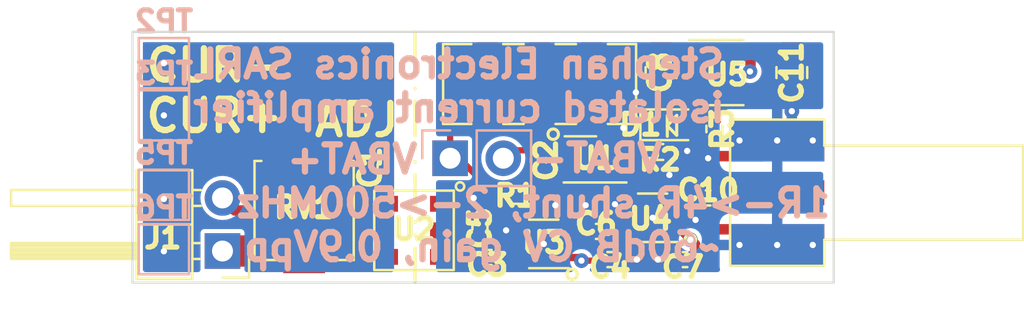
<source format=kicad_pcb>
(kicad_pcb (version 20221018) (generator pcbnew)
  (layers (0 "F.Cu" signal) (1 "In1.Cu" signal) (2 "In2.Cu" signal) (31 "B.Cu" signal) (34 "B.Paste" user) (35 "F.Paste" user) (36 "B.SilkS" user "B.Silkscreen") (37 "F.SilkS" user "F.Silkscreen") (38 "B.Mask" user) (39 "F.Mask" user) (44 "Edge.Cuts" user))
  (net 0 "")
  (net 1 "Net-(BT1-+)")
  (net 2 "GND")
  (net 3 "Net-(BT1--)")
  (net 4 "Net-(J1-Pin_1)")
  (net 5 "Net-(C1-Pad2)")
  (net 6 "Net-(U1-VDD)")
  (net 7 "Net-(C3-Pad1)")
  (net 8 "Net-(C3-Pad2)")
  (net 9 "Net-(C6-Pad1)")
  (net 10 "Net-(C6-Pad2)")
  (net 11 "Net-(J2-In)")
  (net 12 "Net-(U1-VM)")
  (net 13 "Net-(J1-Pin_2)")
  (net 18 "Net-(C10-Pad1)")
  (net 19 "Net-(SW1A-A)")
  (net 20 "+3V3")
  (net 21 "Net-(D1-A)")
  (net 24 "/RTN")
  (footprint "Package_TO_SOT_SMD:SOT-363_SC-70-6" (layer "F.Cu") (at 140.85 106.4 180)
    (fp_text reference "U4" (at 0.1 -0.05) (layer "F.SilkS") (effects (font (thickness 0.5))))
    (fp_text value "BGA2802")
    (fp_line (start -0.7 1.16) (end 0.7 1.16) (stroke (width 0.12)) (layer "F.SilkS"))
    (fp_line (start 0.7 -1.16) (end -1.2 -1.16) (stroke (width 0.12)) (layer "F.SilkS"))
    (pad "1" smd rect (at -0.95 -0.65 180) (size 0.65 0.4) (layers "F.Cu" "F.Paste" "F.Mask") (net 20 "+3V3"))
    (pad "2" smd rect (at -0.95 0 180) (size 0.65 0.4) (layers "F.Cu" "F.Paste" "F.Mask") (net 2 "GND"))
    (pad "3" smd rect (at -0.95 0.65 180) (size 0.65 0.4) (layers "F.Cu" "F.Paste" "F.Mask") (net 18 "Net-(C10-Pad1)"))
    (pad "4" smd rect (at 0.95 0.65 180) (size 0.65 0.4) (layers "F.Cu" "F.Paste" "F.Mask") (net 2 "GND"))
    (pad "5" smd rect (at 0.95 0 180) (size 0.65 0.4) (layers "F.Cu" "F.Paste" "F.Mask") (net 2 "GND"))
    (pad "6" smd rect (at 0.95 -0.65 180) (size 0.65 0.4) (layers "F.Cu" "F.Paste" "F.Mask") (net 10 "Net-(C6-Pad2)"))
  )
  (footprint "Capacitor_SMD:C_0402_1005Metric" (layer "F.Cu") (at 143.5 105.45)
    (fp_text reference "C10" (at 0 -0.36) (layer "F.SilkS") (effects (font (thickness 0.5))))
    (fp_text value "1nF")
    (fp_line (start -0.107836 -0.36) (end 0.107836 -0.36) (stroke (width 0.12)) (layer "F.SilkS"))
    (fp_line (start -0.107836 0.36) (end 0.107836 0.36) (stroke (width 0.12)) (layer "F.SilkS"))
    (pad "1" smd roundrect (at -0.48 0) (size 0.56 0.62) (layers "F.Cu" "F.Paste" "F.Mask") (net 18 "Net-(C10-Pad1)"))
    (pad "2" smd roundrect (at 0.48 0) (size 0.56 0.62) (layers "F.Cu" "F.Paste" "F.Mask") (net 11 "Net-(J2-In)"))
  )
  (footprint "library:TC2-72T+" (layer "F.Cu") (at 129.45 107 -90)
    (fp_text reference "U2" (at -0.05 0 unlocked) (layer "F.SilkS") (effects (font (thickness 0.5))))
    (fp_text value "TC8-1+")
    (fp_rect (start -1.9 -1.9) (end 1.9 1.9) (stroke (width 0.12)) (fill none) (layer "F.SilkS"))
    (fp_circle (center -2.1 -2.2) (end -2.1 -2) (stroke (width 0.12)) (fill none) (layer "F.SilkS"))
    (pad "1" smd rect (at -1.27 -1.59 270) (size 0.76 1.65) (layers "F.Cu" "F.Paste" "F.Mask") (net 2 "GND"))
    (pad "2" smd rect (at 0 -1.59 270) (size 0.76 1.65) (layers "F.Cu" "F.Paste" "F.Mask"))
    (pad "3" smd rect (at 1.27 -1.59 270) (size 0.76 1.65) (layers "F.Cu" "F.Paste" "F.Mask") (net 7 "Net-(C3-Pad1)"))
    (pad "4" smd rect (at 1.27 1.59 270) (size 0.76 1.65) (layers "F.Cu" "F.Paste" "F.Mask") (net 4 "Net-(J1-Pin_1)"))
    (pad "6" smd rect (at -1.27 1.59 270) (size 0.76 1.65) (layers "F.Cu" "F.Paste" "F.Mask") (net 5 "Net-(C1-Pad2)"))
  )
  (footprint "Capacitor_SMD:C_0402_1005Metric" (layer "F.Cu") (at 127.35 103.95 -90)
    (fp_text reference "C1" (at 0.05 0 -90) (layer "F.SilkS") (effects (font (thickness 0.5))))
    (fp_text value "10nF")
    (fp_line (start -0.107836 -0.36) (end 0.107836 -0.36) (stroke (width 0.12)) (layer "F.SilkS"))
    (fp_line (start -0.107836 0.36) (end 0.107836 0.36) (stroke (width 0.12)) (layer "F.SilkS"))
    (pad "1" smd roundrect (at -0.48 0 270) (size 0.56 0.62) (layers "F.Cu" "F.Paste" "F.Mask") (net 13 "Net-(J1-Pin_2)"))
    (pad "2" smd roundrect (at 0.48 0 270) (size 0.56 0.62) (layers "F.Cu" "F.Paste" "F.Mask") (net 5 "Net-(C1-Pad2)"))
  )
  (footprint "Capacitor_SMD:C_0805_2012Metric" (layer "F.Cu") (at 147.5 99.45 -90)
    (fp_text reference "C11" (at 0 0 90) (layer "F.SilkS") (effects (font (thickness 0.5))))
    (fp_text value "22uF")
    (fp_line (start -0.261252 -0.735) (end 0.261252 -0.735) (stroke (width 0.12)) (layer "F.SilkS"))
    (fp_line (start -0.261252 0.735) (end 0.261252 0.735) (stroke (width 0.12)) (layer "F.SilkS"))
    (pad "1" smd roundrect (at -0.95 0 270) (size 1 1.45) (layers "F.Cu" "F.Paste" "F.Mask") (net 20 "+3V3"))
    (pad "2" smd roundrect (at 0.95 0 270) (size 1 1.45) (layers "F.Cu" "F.Paste" "F.Mask") (net 2 "GND"))
  )
  (footprint "Package_TO_SOT_SMD:SOT-363_SC-70-6" (layer "F.Cu") (at 135.65 107.65 180)
    (fp_text reference "U3" (at 0 0.05) (layer "F.SilkS") (effects (font (thickness 0.5))))
    (fp_text value "BGA2803")
    (fp_line (start -0.7 1.16) (end 0.7 1.16) (stroke (width 0.12)) (layer "F.SilkS"))
    (fp_line (start 0.7 -1.16) (end -1.2 -1.16) (stroke (width 0.12)) (layer "F.SilkS"))
    (pad "1" smd rect (at -0.95 -0.65 180) (size 0.65 0.4) (layers "F.Cu" "F.Paste" "F.Mask") (net 20 "+3V3"))
    (pad "2" smd rect (at -0.95 0 180) (size 0.65 0.4) (layers "F.Cu" "F.Paste" "F.Mask") (net 2 "GND"))
    (pad "3" smd rect (at -0.95 0.65 180) (size 0.65 0.4) (layers "F.Cu" "F.Paste" "F.Mask") (net 9 "Net-(C6-Pad1)"))
    (pad "4" smd rect (at 0.95 0.65 180) (size 0.65 0.4) (layers "F.Cu" "F.Paste" "F.Mask") (net 2 "GND"))
    (pad "5" smd rect (at 0.95 0 180) (size 0.65 0.4) (layers "F.Cu" "F.Paste" "F.Mask") (net 2 "GND"))
    (pad "6" smd rect (at 0.95 -0.65 180) (size 0.65 0.4) (layers "F.Cu" "F.Paste" "F.Mask") (net 8 "Net-(C3-Pad2)"))
  )
  (footprint "Capacitor_SMD:C_0402_1005Metric" (layer "F.Cu") (at 138.8 108.4)
    (fp_text reference "C4" (at 0 0.36) (layer "F.SilkS") (effects (font (thickness 0.5))))
    (fp_text value "1nF")
    (fp_line (start -0.107836 -0.36) (end 0.107836 -0.36) (stroke (width 0.12)) (layer "F.SilkS"))
    (fp_line (start -0.107836 0.36) (end 0.107836 0.36) (stroke (width 0.12)) (layer "F.SilkS"))
    (pad "1" smd roundrect (at -0.48 0) (size 0.56 0.62) (layers "F.Cu" "F.Paste" "F.Mask") (net 20 "+3V3"))
    (pad "2" smd roundrect (at 0.48 0) (size 0.56 0.62) (layers "F.Cu" "F.Paste" "F.Mask") (net 2 "GND"))
  )
  (footprint "library:SMA_ALIEXPRESS" (layer "F.Cu") (at 149.05 105.2 -90)
    (fp_text reference "J2" hide)
    (fp_text value "COAX")
    (fp_line (start -3.5 0) (end -3.5 4.5) (stroke (width 0.12)) (layer "F.SilkS"))
    (fp_line (start -3.5 4.5) (end 3.5 4.5) (stroke (width 0.12)) (layer "F.SilkS"))
    (fp_line (start -2.25 -9.5) (end -2.25 0) (stroke (width 0.12)) (layer "F.SilkS"))
    (fp_line (start -2.25 0) (end -3.5 0) (stroke (width 0.12)) (layer "F.SilkS"))
    (fp_line (start 2.25 -9.5) (end -2.25 -9.5) (stroke (width 0.12)) (layer "F.SilkS"))
    (fp_line (start 2.25 0) (end 2.25 -9.5) (stroke (width 0.12)) (layer "F.SilkS"))
    (fp_line (start 3.5 0) (end 2.25 0) (stroke (width 0.12)) (layer "F.SilkS"))
    (fp_line (start 3.5 4.5) (end 3.5 0) (stroke (width 0.12)) (layer "F.SilkS"))
    (pad "1" smd rect (at 0 2.25 270) (size 1.2 4.5) (layers "F.Cu" "F.Paste" "F.Mask") (net 11 "Net-(J2-In)"))
    (pad "2" smd rect (at -2.5 2.25 270) (size 2 4.5) (layers "F.Cu" "F.Paste" "F.Mask") (net 2 "GND"))
    (pad "2" smd rect (at -2.5 2.25 270) (size 2 4.5) (layers "B.Cu" "F.Paste" "B.Mask") (net 2 "GND"))
    (pad "2" smd rect (at 2.5 2.25 270) (size 2 4.5) (layers "F.Cu" "F.Paste" "F.Mask") (net 2 "GND"))
    (pad "2" smd rect (at 2.5 2.25 270) (size 2 4.5) (layers "B.Cu" "F.Paste" "B.Mask") (net 2 "GND"))
  )
  (footprint "Capacitor_SMD:C_0402_1005Metric" (layer "F.Cu") (at 133.05 108.3)
    (fp_text reference "C3" (at -0.107836 0.36) (layer "F.SilkS") (effects (font (thickness 0.5))))
    (fp_text value "1nF")
    (fp_line (start -0.107836 -0.36) (end 0.107836 -0.36) (stroke (width 0.12)) (layer "F.SilkS"))
    (fp_line (start -0.107836 0.36) (end 0.107836 0.36) (stroke (width 0.12)) (layer "F.SilkS"))
    (pad "1" smd roundrect (at -0.48 0) (size 0.56 0.62) (layers "F.Cu" "F.Paste" "F.Mask") (net 7 "Net-(C3-Pad1)"))
    (pad "2" smd roundrect (at 0.48 0) (size 0.56 0.62) (layers "F.Cu" "F.Paste" "F.Mask") (net 8 "Net-(C3-Pad2)"))
  )
  (footprint "Capacitor_SMD:C_0402_1005Metric" (layer "F.Cu") (at 142.4 108.4 180)
    (fp_text reference "C7" (at 0.107836 -0.36) (layer "F.SilkS") (effects (font (thickness 0.5))))
    (fp_text value "1nF")
    (fp_line (start -0.107836 -0.36) (end 0.107836 -0.36) (stroke (width 0.12)) (layer "F.SilkS"))
    (fp_line (start -0.107836 0.36) (end 0.107836 0.36) (stroke (width 0.12)) (layer "F.SilkS"))
    (pad "1" smd roundrect (at -0.48 0 180) (size 0.56 0.62) (layers "F.Cu" "F.Paste" "F.Mask") (net 20 "+3V3"))
    (pad "2" smd roundrect (at 0.48 0 180) (size 0.56 0.62) (layers "F.Cu" "F.Paste" "F.Mask") (net 2 "GND"))
  )
  (footprint "Resistor_SMD:R_0402_1005Metric" (layer "F.Cu") (at 141.2 103.25 180)
    (fp_text reference "R2" (at 0 -0.38 180) (layer "F.SilkS") (effects (font (thickness 0.5))))
    (fp_text value "1k")
    (fp_line (start -0.153641 -0.38) (end 0.153641 -0.38) (stroke (width 0.12)) (layer "F.SilkS"))
    (fp_line (start -0.153641 0.38) (end 0.153641 0.38) (stroke (width 0.12)) (layer "F.SilkS"))
    (pad "1" smd roundrect (at -0.51 0 180) (size 0.54 0.64) (layers "F.Cu" "F.Paste" "F.Mask") (net 2 "GND"))
    (pad "2" smd roundrect (at 0.51 0 180) (size 0.54 0.64) (layers "F.Cu" "F.Paste" "F.Mask") (net 12 "Net-(U1-VM)"))
  )
  (footprint "Capacitor_SMD:C_0402_1005Metric" (layer "F.Cu") (at 135.4 103.65 90)
    (fp_text reference "C2" (at 0 0.36 90) (layer "F.SilkS") (effects (font (thickness 0.5))))
    (fp_text value "100n")
    (fp_line (start -0.107836 -0.36) (end 0.107836 -0.36) (stroke (width 0.12)) (layer "F.SilkS"))
    (fp_line (start -0.107836 0.36) (end 0.107836 0.36) (stroke (width 0.12)) (layer "F.SilkS"))
    (pad "1" smd roundrect (at -0.48 0 90) (size 0.56 0.62) (layers "F.Cu" "F.Paste" "F.Mask") (net 6 "Net-(U1-VDD)"))
    (pad "2" smd roundrect (at 0.48 0 90) (size 0.56 0.62) (layers "F.Cu" "F.Paste" "F.Mask") (net 3 "Net-(BT1--)"))
  )
  (footprint "library:UDFN-6-1EP_3x2mm_P0.6mm_EP1.7x1.7mm" (layer "F.Cu") (at 138.1 103.6)
    (fp_text reference "U1" (at 0 -0.05) (layer "F.SilkS") (effects (font (thickness 0.5))))
    (fp_text value "~")
    (fp_line (start -1.5 1.11) (end 1.5 1.11) (stroke (width 0.12)) (layer "F.SilkS"))
    (fp_line (start -1.45 -1.1) (end 0.05 -1.1) (stroke (width 0.12)) (layer "F.SilkS"))
    (pad "1" smd rect (at -1.35 -0.575) (size 0.5 0.75) (layers "F.Cu" "F.Paste" "F.Mask") (net 3 "Net-(BT1--)"))
    (pad "2" smd rect (at -1.35 0.2) (size 0.5 0.4) (layers "F.Cu" "F.Paste" "F.Mask") (net 3 "Net-(BT1--)"))
    (pad "3" smd rect (at -1.35 0.8) (size 0.5 0.4) (layers "F.Cu" "F.Paste" "F.Mask") (net 6 "Net-(U1-VDD)"))
    (pad "4" smd rect (at 1.35 0.8) (size 0.5 0.4) (layers "F.Cu" "F.Paste" "F.Mask"))
    (pad "5" smd rect (at 1.35 0.2) (size 0.5 0.4) (layers "F.Cu" "F.Paste" "F.Mask") (net 12 "Net-(U1-VM)"))
    (pad "6" smd rect (at 1.35 -0.575) (size 0.5 0.75) (layers "F.Cu" "F.Paste" "F.Mask") (net 2 "GND"))
    (pad "7" smd rect (at 0 0) (size 1.8 1.8) (layers "F.Cu" "F.Mask"))
  )
  (footprint "Resistor_SMD:R_0402_1005Metric" (layer "F.Cu") (at 143.8 102.15 -90)
    (fp_text reference "R3" (at 0 -0.38 90) (layer "F.SilkS") (effects (font (thickness 0.5))))
    (fp_text value "1k")
    (fp_line (start -0.153641 -0.38) (end 0.153641 -0.38) (stroke (width 0.12)) (layer "F.SilkS"))
    (fp_line (start -0.153641 0.38) (end 0.153641 0.38) (stroke (width 0.12)) (layer "F.SilkS"))
    (pad "1" smd roundrect (at -0.51 0 270) (size 0.54 0.64) (layers "F.Cu" "F.Paste" "F.Mask") (net 19 "Net-(SW1A-A)"))
    (pad "2" smd roundrect (at 0.51 0 270) (size 0.54 0.64) (layers "F.Cu" "F.Paste" "F.Mask") (net 21 "Net-(D1-A)"))
  )
  (footprint "Resistor_SMD:R_0402_1005Metric" (layer "F.Cu") (at 134.3 105.35 180)
    (fp_text reference "R1" (at 0 0) (layer "F.SilkS") (effects (font (thickness 0.5))))
    (fp_text value "453 ")
    (fp_line (start -0.153641 -0.38) (end 0.153641 -0.38) (stroke (width 0.12)) (layer "F.SilkS"))
    (fp_line (start -0.153641 0.38) (end 0.153641 0.38) (stroke (width 0.12)) (layer "F.SilkS"))
    (pad "1" smd roundrect (at -0.51 0 180) (size 0.54 0.64) (layers "F.Cu" "F.Paste" "F.Mask") (net 6 "Net-(U1-VDD)"))
    (pad "2" smd roundrect (at 0.51 0 180) (size 0.54 0.64) (layers "F.Cu" "F.Paste" "F.Mask") (net 1 "Net-(BT1-+)"))
  )
  (footprint "Button_Switch_SMD:SW_DPDT_CK_JS202011JCQN" (layer "F.Cu") (at 135.45 100 180)
    (fp_text reference "SW1" hide)
    (fp_text value "SW_DPDT_x2")
    (fp_line (start -4.61 -1.91) (end -4.61 1.91) (stroke (width 0.12)) (layer "F.SilkS"))
    (fp_line (start -4.61 1.91) (end -3.26 1.91) (stroke (width 0.12)) (layer "F.SilkS"))
    (fp_line (start -3.26 -1.91) (end -4.61 -1.91) (stroke (width 0.12)) (layer "F.SilkS"))
    (fp_line (start -0.76 -1.91) (end -1.74 -1.91) (stroke (width 0.12)) (layer "F.SilkS"))
    (fp_line (start -0.76 1.91) (end -1.74 1.91) (stroke (width 0.12)) (layer "F.SilkS"))
    (fp_line (start 1.74 -1.91) (end 0.76 -1.91) (stroke (width 0.12)) (layer "F.SilkS"))
    (fp_line (start 1.74 1.91) (end 0.76 1.91) (stroke (width 0.12)) (layer "F.SilkS"))
    (fp_line (start 4.61 -1.91) (end 3.26 -1.91) (stroke (width 0.12)) (layer "F.SilkS"))
    (fp_line (start 4.61 -1.91) (end 4.61 1.91) (stroke (width 0.12)) (layer "F.SilkS"))
    (fp_line (start 4.61 1.91) (end 3.26 1.91) (stroke (width 0.12)) (layer "F.SilkS"))
    (pad "1" smd rect (at -2.5 -1.2 180) (size 1 1.6) (layers "F.Cu" "F.Paste" "F.Mask") (net 19 "Net-(SW1A-A)"))
    (pad "2" smd rect (at 0 -1.2 180) (size 1 1.6) (layers "F.Cu" "F.Paste" "F.Mask") (net 1 "Net-(BT1-+)"))
    (pad "3" smd rect (at 2.5 -1.2 180) (size 1 1.6) (layers "F.Cu" "F.Paste" "F.Mask"))
    (pad "4" smd rect (at -2.5 1.2 180) (size 1 1.6) (layers "F.Cu" "F.Paste" "F.Mask") (net 19 "Net-(SW1A-A)"))
    (pad "5" smd rect (at 0 1.2 180) (size 1 1.6) (layers "F.Cu" "F.Paste" "F.Mask") (net 1 "Net-(BT1-+)"))
    (pad "6" smd rect (at 2.5 1.2 180) (size 1 1.6) (layers "F.Cu" "F.Paste" "F.Mask"))
  )
  (footprint "Capacitor_SMD:C_0805_2012Metric" (layer "F.Cu") (at 141.25 99.45 -90)
    (fp_text reference "C8" (at 0 0.05 90) (layer "F.SilkS") (effects (font (thickness 0.5))))
    (fp_text value "22uF")
    (fp_line (start -0.261252 -0.735) (end 0.261252 -0.735) (stroke (width 0.12)) (layer "F.SilkS"))
    (fp_line (start -0.261252 0.735) (end 0.261252 0.735) (stroke (width 0.12)) (layer "F.SilkS"))
    (pad "1" smd roundrect (at -0.95 0 270) (size 1 1.45) (layers "F.Cu" "F.Paste" "F.Mask") (net 19 "Net-(SW1A-A)"))
    (pad "2" smd roundrect (at 0.95 0 270) (size 1 1.45) (layers "F.Cu" "F.Paste" "F.Mask") (net 2 "GND"))
  )
  (footprint "Capacitor_SMD:C_0402_1005Metric" (layer "F.Cu") (at 138.25 107.05)
    (fp_text reference "C6" (at -0.107836 -0.36) (layer "F.SilkS") (effects (font (thickness 0.5))))
    (fp_text value "1nF")
    (fp_line (start -0.107836 -0.36) (end 0.107836 -0.36) (stroke (width 0.12)) (layer "F.SilkS"))
    (fp_line (start -0.107836 0.36) (end 0.107836 0.36) (stroke (width 0.12)) (layer "F.SilkS"))
    (pad "1" smd roundrect (at -0.48 0) (size 0.56 0.62) (layers "F.Cu" "F.Paste" "F.Mask") (net 9 "Net-(C6-Pad1)"))
    (pad "2" smd roundrect (at 0.48 0) (size 0.56 0.62) (layers "F.Cu" "F.Paste" "F.Mask") (net 10 "Net-(C6-Pad2)"))
  )
  (footprint "LED_SMD:LED_0603_1608Metric" (layer "F.Cu") (at 141.75 101.95)
    (fp_text reference "D1" (at -1.485 0) (layer "F.SilkS") (effects (font (thickness 0.5))))
    (fp_text value "LED")
    (fp_line (start -1.485 -0.735) (end -1.485 0.735) (stroke (width 0.12)) (layer "F.SilkS"))
    (fp_line (start -1.485 0.735) (end 0.8 0.735) (stroke (width 0.12)) (layer "F.SilkS"))
    (fp_line (start 0.8 -0.735) (end -1.485 -0.735) (stroke (width 0.12)) (layer "F.SilkS"))
    (pad "1" smd roundrect (at -0.7875 0) (size 0.875 0.95) (layers "F.Cu" "F.Paste" "F.Mask") (net 2 "GND"))
    (pad "2" smd roundrect (at 0.7875 0) (size 0.875 0.95) (layers "F.Cu" "F.Paste" "F.Mask") (net 21 "Net-(D1-A)"))
  )
  (footprint "Connector_PinHeader_2.54mm:PinHeader_1x02_P2.54mm_Horizontal" (layer "F.Cu") (at 120.3 107.99 180)
    (fp_text reference "J1" (at 2.85 0.64) (layer "F.SilkS") (effects (font (thickness 0.5))))
    (fp_text value "Conn_01x02_Pin")
    (fp_line (start -1.27 -1.27) (end 0 -1.27) (stroke (width 0.12)) (layer "F.SilkS"))
    (fp_line (start -1.27 0) (end -1.27 -1.27) (stroke (width 0.12)) (layer "F.SilkS"))
    (fp_line (start 1.042929 2.16) (end 1.44 2.16) (stroke (width 0.12)) (layer "F.SilkS"))
    (fp_line (start 1.042929 2.92) (end 1.44 2.92) (stroke (width 0.12)) (layer "F.SilkS"))
    (fp_line (start 1.11 -0.38) (end 1.44 -0.38) (stroke (width 0.12)) (layer "F.SilkS"))
    (fp_line (start 1.11 0.38) (end 1.44 0.38) (stroke (width 0.12)) (layer "F.SilkS"))
    (fp_line (start 1.44 -1.33) (end 1.44 3.87) (stroke (width 0.12)) (layer "F.SilkS"))
    (fp_line (start 1.44 1.27) (end 4.1 1.27) (stroke (width 0.12)) (layer "F.SilkS"))
    (fp_line (start 1.44 3.87) (end 4.1 3.87) (stroke (width 0.12)) (layer "F.SilkS"))
    (fp_line (start 4.1 -1.33) (end 1.44 -1.33) (stroke (width 0.12)) (layer "F.SilkS"))
    (fp_line (start 4.1 -0.38) (end 10.1 -0.38) (stroke (width 0.12)) (layer "F.SilkS"))
    (fp_line (start 4.1 -0.32) (end 10.1 -0.32) (stroke (width 0.12)) (layer "F.SilkS"))
    (fp_line (start 4.1 -0.2) (end 10.1 -0.2) (stroke (width 0.12)) (layer "F.SilkS"))
    (fp_line (start 4.1 -0.08) (end 10.1 -0.08) (stroke (width 0.12)) (layer "F.SilkS"))
    (fp_line (start 4.1 0.04) (end 10.1 0.04) (stroke (width 0.12)) (layer "F.SilkS"))
    (fp_line (start 4.1 0.16) (end 10.1 0.16) (stroke (width 0.12)) (layer "F.SilkS"))
    (fp_line (start 4.1 0.28) (end 10.1 0.28) (stroke (width 0.12)) (layer "F.SilkS"))
    (fp_line (start 4.1 2.16) (end 10.1 2.16) (stroke (width 0.12)) (layer "F.SilkS"))
    (fp_line (start 4.1 3.87) (end 4.1 -1.33) (stroke (width 0.12)) (layer "F.SilkS"))
    (fp_line (start 10.1 -0.38) (end 10.1 0.38) (stroke (width 0.12)) (layer "F.SilkS"))
    (fp_line (start 10.1 0.38) (end 4.1 0.38) (stroke (width 0.12)) (layer "F.SilkS"))
    (fp_line (start 10.1 2.16) (end 10.1 2.92) (stroke (width 0.12)) (layer "F.SilkS"))
    (fp_line (start 10.1 2.92) (end 4.1 2.92) (stroke (width 0.12)) (layer "F.SilkS"))
    (pad "1" thru_hole rect (at 0 0 180) (size 1.7 1.7) (drill 1) (layers "*.Cu" "*.Mask") (net 4 "Net-(J1-Pin_1)"))
    (pad "2" thru_hole oval (at 0 2.54 180) (size 1.7 1.7) (drill 1) (layers "*.Cu" "*.Mask") (net 13 "Net-(J1-Pin_2)"))
  )
  (footprint "Potentiometer_SMD:Potentiometer_Bourns_3314J_Vertical" (layer "F.Cu") (at 124.2 106.05)
    (fp_text reference "RV1" (at 0 -0.15) (layer "F.SilkS") (effects (font (thickness 0.5))))
    (fp_text value "10")
    (fp_line (start -2.37 -2.37) (end -2.37 2.37) (stroke (width 0.12)) (layer "F.SilkS"))
    (fp_line (start -2.37 -2.37) (end -2.039 -2.37) (stroke (width 0.12)) (layer "F.SilkS"))
    (fp_line (start -2.37 2.37) (end -1.24 2.37) (stroke (width 0.12)) (layer "F.SilkS"))
    (fp_line (start -0.259 -2.37) (end 0.26 -2.37) (stroke (width 0.12)) (layer "F.SilkS"))
    (fp_line (start 1.24 2.37) (end 2.37 2.37) (stroke (width 0.12)) (layer "F.SilkS"))
    (fp_line (start 2.04 -2.37) (end 2.37 -2.37) (stroke (width 0.12)) (layer "F.SilkS"))
    (fp_line (start 2.37 -2.37) (end 2.37 2.37) (stroke (width 0.12)) (layer "F.SilkS"))
    (pad "1" smd rect (at 1.15 -2) (size 1.3 2) (layers "F.Cu" "F.Paste" "F.Mask") (net 13 "Net-(J1-Pin_2)"))
    (pad "2" smd rect (at 0 2) (size 2 2) (layers "F.Cu" "F.Paste" "F.Mask") (net 4 "Net-(J1-Pin_1)"))
    (pad "3" smd rect (at -1.15 -2) (size 1.3 2) (layers "F.Cu" "F.Paste" "F.Mask"))
  )
  (footprint "Package_TO_SOT_SMD:SOT-23-5" (layer "F.Cu") (at 144.3875 99.45)
    (fp_text reference "U5" (at 0.0125 0.1) (layer "F.SilkS") (effects (font (thickness 0.5))))
    (fp_text value " NCP163ASN330T1G")
    (fp_line (start 0 -1.56) (end -1.8 -1.56) (stroke (width 0.12)) (layer "F.SilkS"))
    (fp_line (start 0 -1.56) (end 0.8 -1.56) (stroke (width 0.12)) (layer "F.SilkS"))
    (fp_line (start 0 1.56) (end -0.8 1.56) (stroke (width 0.12)) (layer "F.SilkS"))
    (fp_line (start 0 1.56) (end 0.8 1.56) (stroke (width 0.12)) (layer "F.SilkS"))
    (pad "1" smd roundrect (at -1.1375 -0.95) (size 1.325 0.6) (layers "F.Cu" "F.Paste" "F.Mask") (net 19 "Net-(SW1A-A)"))
    (pad "2" smd roundrect (at -1.1375 0) (size 1.325 0.6) (layers "F.Cu" "F.Paste" "F.Mask") (net 2 "GND"))
    (pad "3" smd roundrect (at -1.1375 0.95) (size 1.325 0.6) (layers "F.Cu" "F.Paste" "F.Mask") (net 19 "Net-(SW1A-A)"))
    (pad "4" smd roundrect (at 1.1375 0.95) (size 1.325 0.6) (layers "F.Cu" "F.Paste" "F.Mask"))
    (pad "5" smd roundrect (at 1.1375 -0.95) (size 1.325 0.6) (layers "F.Cu" "F.Paste" "F.Mask") (net 20 "+3V3"))
  )
  (footprint "Capacitor_SMD:C_0402_1005Metric" (layer "F.Cu") (at 132.6 106.85 90)
    (fp_text reference "C5" (at -0.05 0 90) (layer "F.SilkS") (effects (font (thickness 0.5))))
    (fp_text value "4.7pF")
    (fp_line (start -0.107836 -0.36) (end 0.107836 -0.36) (stroke (width 0.12)) (layer "F.SilkS"))
    (fp_line (start -0.107836 0.36) (end 0.107836 0.36) (stroke (width 0.12)) (layer "F.SilkS"))
    (pad "1" smd roundrect (at -0.48 0 90) (size 0.56 0.62) (layers "F.Cu" "F.Paste" "F.Mask") (net 7 "Net-(C3-Pad1)"))
    (pad "2" smd roundrect (at 0.48 0 90) (size 0.56 0.62) (layers "F.Cu" "F.Paste" "F.Mask") (net 2 "GND"))
  )
  (footprint "Connector_PinHeader_2.54mm:PinHeader_1x02_P2.54mm_Vertical" (layer "B.Cu") (at 131.175 103.55 -90)
    (fp_text reference "BT1" hide)
    (fp_text value "Battery_Cell")
    (fp_line (start -1.33 -3.87) (end 1.33 -3.87) (stroke (width 0.12)) (layer "B.SilkS"))
    (fp_line (start -1.33 -1.27) (end -1.33 -3.87) (stroke (width 0.12)) (layer "B.SilkS"))
    (fp_line (start -1.33 -1.27) (end 1.33 -1.27) (stroke (width 0.12)) (layer "B.SilkS"))
    (fp_line (start -1.33 0) (end -1.33 1.33) (stroke (width 0.12)) (layer "B.SilkS"))
    (fp_line (start -1.33 1.33) (end 0 1.33) (stroke (width 0.12)) (layer "B.SilkS"))
    (fp_line (start 1.33 -1.27) (end 1.33 -3.87) (stroke (width 0.12)) (layer "B.SilkS"))
    (pad "1" thru_hole rect (at 0 0 270) (size 1.7 1.7) (drill 1) (layers "*.Cu" "*.Mask") (net 1 "Net-(BT1-+)"))
    (pad "2" thru_hole oval (at 0 -2.54 270) (size 1.7 1.7) (drill 1) (layers "*.Cu" "*.Mask") (net 3 "Net-(BT1--)"))
  )
  (footprint "TestPoint:TestPoint_Pad_2.0x2.0mm" (layer "B.Cu") (at 117.5 99 180)
    (fp_text reference "TP2" (at 0 1.998) (layer "B.SilkS") (effects (font (thickness 0.5)) (justify mirror)))
    (fp_text value "TestPoint")
    (fp_line (start -1.2 -1.2) (end -1.2 1.2) (stroke (width 0.12)) (layer "B.SilkS"))
    (fp_line (start -1.2 1.2) (end 1.2 1.2) (stroke (width 0.12)) (layer "B.SilkS"))
    (fp_line (start 1.2 -1.2) (end -1.2 -1.2) (stroke (width 0.12)) (layer "B.SilkS"))
    (fp_line (start 1.2 1.2) (end 1.2 -1.2) (stroke (width 0.12)) (layer "B.SilkS"))
    (pad "1" smd rect (at 0 0 180) (size 2 2) (layers "B.Cu" "B.Mask") (net 24 "/RTN"))
  )
  (footprint "TestPoint:TestPoint_Pad_2.0x2.0mm" (layer "B.Cu") (at 117.5 101.5 180)
    (fp_text reference "TP3" (at 0 1.998) (layer "B.SilkS") (effects (font (thickness 0.5)) (justify mirror)))
    (fp_text value "TestPoint")
    (fp_line (start -1.2 -1.2) (end -1.2 1.2) (stroke (width 0.12)) (layer "B.SilkS"))
    (fp_line (start -1.2 1.2) (end 1.2 1.2) (stroke (width 0.12)) (layer "B.SilkS"))
    (fp_line (start 1.2 -1.2) (end -1.2 -1.2) (stroke (width 0.12)) (layer "B.SilkS"))
    (fp_line (start 1.2 1.2) (end 1.2 -1.2) (stroke (width 0.12)) (layer "B.SilkS"))
    (pad "1" smd rect (at 0 0 180) (size 2 2) (layers "B.Cu" "B.Mask") (net 24 "/RTN"))
  )
  (footprint "TestPoint:TestPoint_Pad_2.0x2.0mm" (layer "B.Cu") (at 117.5 107.9 180)
    (fp_text reference "TP6" (at 0 1.998) (layer "B.SilkS") (effects (font (thickness 0.5)) (justify mirror)))
    (fp_text value "TestPoint")
    (fp_line (start -1.2 -1.2) (end -1.2 1.2) (stroke (width 0.12)) (layer "B.SilkS"))
    (fp_line (start -1.2 1.2) (end 1.2 1.2) (stroke (width 0.12)) (layer "B.SilkS"))
    (fp_line (start 1.2 -1.2) (end -1.2 -1.2) (stroke (width 0.12)) (layer "B.SilkS"))
    (fp_line (start 1.2 1.2) (end 1.2 -1.2) (stroke (width 0.12)) (layer "B.SilkS"))
    (pad "1" smd rect (at 0 0 180) (size 2 2) (layers "B.Cu" "B.Mask") (net 24 "/RTN"))
  )
  (footprint "TestPoint:TestPoint_Pad_2.0x2.0mm" (layer "B.Cu") (at 117.5 105.3 180)
    (fp_text reference "TP5" (at 0 1.998) (layer "B.SilkS") (effects (font (thickness 0.5)) (justify mirror)))
    (fp_text value "TestPoint")
    (fp_line (start -1.2 -1.2) (end -1.2 1.2) (stroke (width 0.12)) (layer "B.SilkS"))
    (fp_line (start -1.2 1.2) (end 1.2 1.2) (stroke (width 0.12)) (layer "B.SilkS"))
    (fp_line (start 1.2 -1.2) (end -1.2 -1.2) (stroke (width 0.12)) (layer "B.SilkS"))
    (fp_line (start 1.2 1.2) (end 1.2 -1.2) (stroke (width 0.12)) (layer "B.SilkS"))
    (pad "1" smd rect (at 0 0 180) (size 2 2) (layers "B.Cu" "B.Mask") (net 24 "/RTN"))
  )
  (gr_line (start 142 101.5) (end 142 102.45) (stroke (width 0.15)) (layer "F.SilkS"))
  (gr_line (start 129.5 109.5) (end 129.5 97.5) (stroke (width 0.15) (type dash_dot_dot)) (layer "F.SilkS"))
  (gr_circle (center 136.1 102.4) (end 136.35 102.4) (stroke (width 0.15)) (fill none) (layer "F.SilkS"))
  (gr_circle (center 142.65 107.45) (end 142.9 107.45) (stroke (width 0.15)) (fill none) (layer "F.SilkS"))
  (gr_line (start 142 102.45) (end 141.55 102) (stroke (width 0.15)) (layer "F.SilkS"))
  (gr_line (start 141.55 101.5) (end 141.55 102.5) (stroke (width 0.15)) (layer "F.SilkS"))
  (gr_line (start 141.55 102) (end 142 101.5) (stroke (width 0.15)) (layer "F.SilkS"))
  (gr_circle (center 137 109.1) (end 137.25 109.1) (stroke (width 0.15)) (fill none) (layer "F.SilkS"))
  (gr_line (start 116 109.5) (end 116 97.5) (stroke (width 0.1)) (layer "Edge.Cuts"))
  (gr_line (start 149.5 109.5) (end 149.5 97.5) (stroke (width 0.1)) (layer "Edge.Cuts"))
  (gr_line (start 116 97.5) (end 149.5 97.5) (stroke (width 0.1)) (layer "Edge.Cuts"))
  (gr_line (start 149.5 109.5) (end 116 109.5) (stroke (width 0.1)) (layer "Edge.Cuts"))
  (gr_text "VBAT+" (at 126.5 103.6) (layer "B.SilkS") (effects (font (size 1.3 1.3) (thickness 0.3) bold) (justify mirror)))
  (gr_text "1R->4R shunt, 2->500MHz\n     ~60dB CV gain, 0.9Vpp\n" (at 135.15 106.75) (layer "B.SilkS") (effects (font (size 1.3 1.3) (thickness 0.3) bold) (justify mirror)))
  (gr_text "Stephan Electronics SARL\nisolated current amplifier" (at 131.6 100.1) (layer "B.SilkS") (effects (font (size 1.3 1.3) (thickness 0.3) bold) (justify mirror)))
  (gr_text "VBAT-" (at 138.2 103.55) (layer "B.SilkS") (effects (font (size 1.3 1.3) (thickness 0.3) bold) (justify mirror)))
  (gr_text "ADJ" (at 124.55 102.6) (layer "F.SilkS") (effects (font (size 1.5 1.5) (thickness 0.3) bold) (justify left bottom)))
  (gr_text "CUR-\nCUR+" (at 116.5 102.4) (layer "F.SilkS") (effects (font (size 1.5 1.5) (thickness 0.3) bold) (justify left bottom)))
  (segment (start 135.45 100) (end 132.1 100) (width 0.3) (layer "F.Cu") (net 1))
  (segment (start 135.45 100) (end 135.45 101.2) (width 0.3) (layer "F.Cu") (net 1))
  (segment (start 131.175 100.925) (end 131.175 103.55) (width 0.3) (layer "F.Cu") (net 1))
  (segment (start 131.6 103.55) (end 133.4 105.35) (width 0.3) (layer "F.Cu") (net 1))
  (segment (start 135.45 98.8) (end 135.45 100) (width 0.3) (layer "F.Cu") (net 1))
  (segment (start 132.1 100) (end 131.175 100.925) (width 0.3) (layer "F.Cu") (net 1))
  (segment (start 131.175 103.55) (end 131.6 103.55) (width 0.3) (layer "F.Cu") (net 1))
  (segment (start 133.4 105.35) (end 133.79 105.35) (width 0.3) (layer "F.Cu") (net 1))
  (segment (start 139 105.8) (end 136.2 105.8) (width 0.5) (layer "F.Cu") (net 2))
  (segment (start 140.9625 101.95) (end 139.6 101.95) (width 0.5) (layer "F.Cu") (net 2))
  (segment (start 142.8 106.4) (end 142.9 106.5) (width 0.3) (layer "F.Cu") (net 2))
  (segment (start 146.8 107.7) (end 148.65 107.7) (width 0.5) (layer "F.Cu") (net 2))
  (segment (start 147.5 100.4) (end 147.5 101.3) (width 0.5) (layer "F.Cu") (net 2))
  (segment (start 141.8 106.4) (end 142.5 106.4) (width 0.3) (layer "F.Cu") (net 2))
  (segment (start 141.25 100.4) (end 140.05 100.4) (width 0.5) (layer "F.Cu") (net 2))
  (segment (start 142.9 106.4) (end 143.45 106.95) (width 0.5) (layer "F.Cu") (net 2))
  (segment (start 139.6 101.95) (end 139.45 102.1) (width 0.5) (layer "F.Cu") (net 2))
  (segment (start 143.5 103.45) (end 142.6 104.35) (width 0.5) (layer "F.Cu") (net 2))
  (segment (start 136.6 107.65) (end 135.65 107.65) (width 0.3) (layer "F.Cu") (net 2))
  (segment (start 139.05 105.75) (end 139 105.8) (width 0.5) (layer "F.Cu") (net 2))
  (segment (start 141.8 106.4) (end 140.85 106.4) (width 0.3) (layer "F.Cu") (net 2))
  (segment (start 139.9 105.75) (end 139.05 105.75) (width 0.3) (layer "F.Cu") (net 2))
  (segment (start 141.92 108.4) (end 141.1 108.4) (width 0.5) (layer "F.Cu") (net 2))
  (segment (start 143.5 103.55) (end 143.5 103.45) (width 0.5) (layer "F.Cu") (net 2))
  (segment (start 133.67 106.37) (end 133.85 106.55) (width 0.5) (layer "F.Cu") (net 2))
  (segment (start 143.25 99.45) (end 142.45 99.45) (width 0.5) (layer "F.Cu") (net 2))
  (segment (start 142.6 104.35) (end 141.65 104.35) (width 0.5) (layer "F.Cu") (net 2))
  (segment (start 143.45 106.95) (end 146.05 106.95) (width 0.5) (layer "F.Cu") (net 2))
  (segment (start 141.65 104.35) (end 140.65 105.35) (width 0.5) (layer "F.Cu") (net 2))
  (segment (start 141.71 103.2) (end 142.5 103.2) (width 0.5) (layer "F.Cu") (net 2))
  (segment (start 142.45 99.45) (end 141.5 100.4) (width 0.5) (layer "F.Cu") (net 2))
  (segment (start 146.05 106.95) (end 146.8 107.7) (width 0.5) (layer "F.Cu") (net 2))
  (segment (start 139.45 103.025) (end 139.45 102.1) (width 0.5) (layer "F.Cu") (net 2))
  (segment (start 136.2 105.8) (end 135.3 106.7) (width 0.5) (layer "F.Cu") (net 2))
  (segment (start 134.7 107) (end 133.85 107) (width 0.3) (layer "F.Cu") (net 2))
  (segment (start 139.28 108.4) (end 140.1 108.4) (width 0.5) (layer "F.Cu") (net 2))
  (segment (start 132.6 106.37) (end 133.67 106.37) (width 0.5) (layer "F.Cu") (net 2))
  (segment (start 133.85 106.55) (end 133.85 107) (width 0.5) (layer "F.Cu") (net 2))
  (segment (start 142.5 106.4) (end 142.9 106.4) (width 0.5) (layer "F.Cu") (net 2))
  (segment (start 134.7 107.65) (end 135.65 107.65) (width 0.3) (layer "F.Cu") (net 2))
  (segment (start 132.3 106.07) (end 132.6 106.37) (width 0.5) (layer "F.Cu") (net 2))
  (segment (start 141.5 100.4) (end 141.25 100.4) (width 0.5) (layer "F.Cu") (net 2))
  (segment (start 132.02 105.73) (end 132.3 105.45) (width 0.5) (layer "F.Cu") (net 2))
  (segment (start 131.04 105.73) (end 132.02 105.73) (width 0.6) (layer "F.Cu") (net 2))
  (segment (start 142.5 106.4) (end 142.8 106.4) (width 0.3) (layer "F.Cu") (net 2))
  (segment (start 139.9 106.4) (end 140.85 106.4) (width 0.3) (layer "F.Cu") (net 2))
  (segment (start 146.05 103.45) (end 143.5 103.45) (width 0.5) (layer "F.Cu") (net 2))
  (segment (start 146.8 102.7) (end 146.05 103.45) (width 0.5) (layer "F.Cu") (net 2))
  (segment (start 132.3 105.45) (end 132.3 106.07) (width 0.5) (layer "F.Cu") (net 2))
  (via (at 141.65 104.35) (size 0.7) (drill 0.3) (layers "F.Cu" "B.Cu") (net 2))
  (via (at 141.1 108.4) (size 0.7) (drill 0.3) (layers "F.Cu" "B.Cu") (net 2))
  (via (at 140.1 108.4) (size 0.7) (drill 0.3) (layers "F.Cu" "B.Cu") (net 2))
  (via (at 146.8 107.7) (size 0.7) (drill 0.3) (layers "F.Cu" "B.Cu") (net 2))
  (via (at 139.45 102.1) (size 0.7) (drill 0.3) (layers "F.Cu" "B.Cu") (net 2))
  (via (at 147.5 101.3) (size 0.7) (drill 0.3) (layers "F.Cu" "B.Cu") (net 2))
  (via (at 132.3 105.45) (size 0.7) (drill 0.3) (layers "F.Cu" "B.Cu") (net 2))
  (via (at 140.85 106.4) (size 0.7) (drill 0.3) (layers "F.Cu" "B.Cu") (net 2))
  (via (at 148.5 107.7) (size 0.7) (drill 0.3) (layers "F.Cu" "B.Cu") (net 2))
  (via (at 145 102.7) (size 0.7) (drill 0.3) (layers "F.Cu" "B.Cu") (net 2))
  (via (at 146.8 102.7) (size 0.7) (drill 0.3) (layers "F.Cu" "B.Cu") (net 2))
  (via (at 135.65 107.65) (size 0.7) (drill 0.3) (layers "F.Cu" "B.Cu") (net 2))
  (via (at 133.85 107) (size 0.7) (drill 0.3) (layers "F.Cu" "B.Cu") (net 2))
  (via (at 145 107.7) (size 0.7) (drill 0.3) (layers "F.Cu" "B.Cu") (net 2))
  (via (at 139.05 105.75) (size 0.7) (drill 0.3) (layers "F.Cu" "B.Cu") (net 2))
  (via (at 142.9 106.5) (size 0.7) (drill 0.3) (layers "F.Cu" "B.Cu") (net 2))
  (via (at 137.65 105.8) (size 0.7) (drill 0.3) (layers "F.Cu" "B.Cu") (net 2))
  (via (at 140.05 100.4) (size 0.7) (drill 0.3) (layers "F.Cu" "B.Cu") (net 2))
  (via (at 136.2 105.8) (size 0.7) (drill 0.3) (layers "F.Cu" "B.Cu") (net 2))
  (via (at 142.5 103.2) (size 0.7) (drill 0.3) (layers "F.Cu" "B.Cu") (net 2))
  (via (at 148.5 102.7) (size 0.7) (drill 0.3) (layers "F.Cu" "B.Cu") (net 2))
  (via (at 143.5 103.55) (size 0.7) (drill 0.3) (layers "F.Cu" "B.Cu") (net 2))
  (segment (start 147.5 101.3) (end 147.5 102) (width 0.5) (layer "B.Cu") (net 2))
  (segment (start 147.5 102) (end 146.8 102.7) (width 0.5) (layer "B.Cu") (net 2))
  (segment (start 136.75 103.8) (end 136.75 103.025) (width 0.3) (layer "F.Cu") (net 3))
  (segment (start 134.095 103.17) (end 133.715 103.55) (width 0.3) (layer "F.Cu") (net 3))
  (segment (start 135.4 103.17) (end 134.095 103.17) (width 0.3) (layer "F.Cu") (net 3))
  (segment (start 136.75 103.025) (end 135.545 103.025) (width 0.3) (layer "F.Cu") (net 3))
  (segment (start 135.545 103.025) (end 135.4 103.17) (width 0.3) (layer "F.Cu") (net 3))
  (segment (start 124.42 108.27) (end 124.2 108.05) (width 0.5) (layer "F.Cu") (net 4))
  (segment (start 124.14 107.99) (end 124.2 108.05) (width 1.5) (layer "F.Cu") (net 4))
  (segment (start 127.86 108.27) (end 124.42 108.27) (width 0.5) (layer "F.Cu") (net 4))
  (segment (start 120.3 107.99) (end 124.14 107.99) (width 1.5) (layer "F.Cu") (net 4))
  (segment (start 127.35 105.46) (end 127.62 105.73) (width 0.5) (layer "F.Cu") (net 5))
  (segment (start 127.62 105.73) (end 127.86 105.73) (width 0.5) (layer "F.Cu") (net 5))
  (segment (start 127.35 104.43) (end 127.35 105.46) (width 0.5) (layer "F.Cu") (net 5))
  (segment (start 135.4 104.13) (end 135.4 104.55) (width 0.3) (layer "F.Cu") (net 6))
  (segment (start 136.75 104.4) (end 135.45 104.4) (width 0.3) (layer "F.Cu") (net 6))
  (segment (start 134.81 105.14) (end 134.81 105.35) (width 0.3) (layer "F.Cu") (net 6))
  (segment (start 135.4 104.45) (end 135.4 104.13) (width 0.3) (layer "F.Cu") (net 6))
  (segment (start 135.4 104.55) (end 134.81 105.14) (width 0.3) (layer "F.Cu") (net 6))
  (segment (start 135.45 104.4) (end 135.4 104.45) (width 0.3) (layer "F.Cu") (net 6))
  (segment (start 131.04 108.27) (end 132.54 108.27) (width 0.5) (layer "F.Cu") (net 7))
  (segment (start 132.54 108.27) (end 132.57 108.3) (width 0.5) (layer "F.Cu") (net 7))
  (segment (start 131.12 108.3) (end 131.09 108.27) (width 0.3) (layer "F.Cu") (net 7))
  (segment (start 132.6 108.27) (end 132.57 108.3) (width 0.5) (layer "F.Cu") (net 7))
  (segment (start 132.6 107.33) (end 132.6 108.27) (width 0.5) (layer "F.Cu") (net 7))
  (segment (start 133.53 108.3) (end 134.7 108.3) (width 0.35) (layer "F.Cu") (net 8))
  (segment (start 137.72 107) (end 137.77 107.05) (width 0.3) (layer "F.Cu") (net 9))
  (segment (start 136.6 107) (end 137.72 107) (width 0.35) (layer "F.Cu") (net 9))
  (segment (start 138.73 107.05) (end 139.9 107.05) (width 0.35) (layer "F.Cu") (net 10))
  (segment (start 146.8 105.5) (end 146.75 105.45) (width 0.5) (layer "F.Cu") (net 11))
  (segment (start 146.75 105.45) (end 143.98 105.45) (width 0.5) (layer "F.Cu") (net 11))
  (segment (start 140.09 103.8) (end 140.69 103.2) (width 0.3) (layer "F.Cu") (net 12))
  (segment (start 139.45 103.8) (end 140.09 103.8) (width 0.3) (layer "F.Cu") (net 12))
  (segment (start 120.3 105.45) (end 120.9 106.05) (width 0.5) (layer "F.Cu") (net 13))
  (segment (start 125.93 103.47) (end 125.35 104.05) (width 0.5) (layer "F.Cu") (net 13))
  (segment (start 120.9 106.05) (end 124 106.05) (width 0.5) (layer "F.Cu") (net 13))
  (segment (start 124 106.05) (end 125.35 104.7) (width 0.5) (layer "F.Cu") (net 13))
  (segment (start 125.35 104.7) (end 125.35 104.05) (width 0.5) (layer "F.Cu") (net 13))
  (segment (start 127.35 103.47) (end 125.93 103.47) (width 0.5) (layer "F.Cu") (net 13))
  (segment (start 143.02 105.45) (end 142.1 105.45) (width 0.3) (layer "F.Cu") (net 18))
  (segment (start 142.1 105.45) (end 141.8 105.75) (width 0.3) (layer "F.Cu") (net 18))
  (segment (start 141.25 98.5) (end 138.25 98.5) (width 0.5) (layer "F.Cu") (net 19))
  (segment (start 137.95 98.8) (end 137.95 101.2) (width 0.5) (layer "F.Cu") (net 19))
  (segment (start 144.4 100.05) (end 144.4 98.85) (width 0.5) (layer "F.Cu") (net 19))
  (segment (start 144.05 98.5) (end 143.25 98.5) (width 0.5) (layer "F.Cu") (net 19))
  (segment (start 144.05 100.4) (end 144.4 100.05) (width 0.5) (layer "F.Cu") (net 19))
  (segment (start 143.25 98.5) (end 141.25 98.5) (width 0.5) (layer "F.Cu") (net 19))
  (segment (start 143.25 100.4) (end 144.05 100.4) (width 0.5) (layer "F.Cu") (net 19))
  (segment (start 144.05 100.4) (end 143.8 100.65) (width 0.5) (layer "F.Cu") (net 19))
  (segment (start 144.4 98.85) (end 144.05 98.5) (width 0.5) (layer "F.Cu") (net 19))
  (segment (start 138.25 98.5) (end 137.95 98.8) (width 0.5) (layer "F.Cu") (net 19))
  (segment (start 143.8 100.65) (end 143.8 101.59) (width 0.5) (layer "F.Cu") (net 19))
  (segment (start 145.525 99.375) (end 145.5 99.4) (width 0.5) (layer "F.Cu") (net 20))
  (segment (start 137.45 108.45) (end 138.27 108.45) (width 0.3) (layer "F.Cu") (net 20))
  (segment (start 138.27 108.45) (end 138.32 108.4) (width 0.3) (layer "F.Cu") (net 20))
  (segment (start 136.6 108.3) (end 137.3 108.3) (width 0.35) (layer "F.Cu") (net 20))
  (segment (start 137.3 108.3) (end 137.45 108.45) (width 0.3) (layer "F.Cu") (net 20))
  (segment (start 145.525 98.5) (end 147.5 98.5) (width 0.5) (layer "F.Cu") (net 20))
  (segment (start 145.525 98.5) (end 145.525 99.375) (width 0.5) (layer "F.Cu") (net 20))
  (segment (start 142.25 107.05) (end 142.65 107.45) (width 0.4) (layer "F.Cu") (net 20))
  (segment (start 141.8 107.05) (end 142.25 107.05) (width 0.4) (layer "F.Cu") (net 20))
  (segment (start 142.88 107.68) (end 142.65 107.45) (width 0.5) (layer "F.Cu") (net 20))
  (segment (start 142.88 108.4) (end 142.88 107.68) (width 0.5) (layer "F.Cu") (net 20))
  (via (at 137.45 108.45) (size 0.7) (drill 0.3) (layers "F.Cu" "B.Cu") (net 20))
  (via (at 145.5 99.4) (size 0.7) (drill 0.3) (layers "F.Cu" "B.Cu") (net 20))
  (via (at 142.65 107.45) (size 0.7) (drill 0.3) (layers "F.Cu" "B.Cu") (net 20))
  (segment (start 142.8 101.95) (end 142.5375 101.95) (width 0.25) (layer "F.Cu") (net 21))
  (segment (start 143.8 102.61) (end 143.46 102.61) (width 0.25) (layer "F.Cu") (net 21))
  (segment (start 143.46 102.61) (end 142.8 101.95) (width 0.25) (layer "F.Cu") (net 21))
  (via (at 117.5 105.5) (size 0.7) (drill 0.3) (layers "F.Cu" "B.Cu") (net 24))
  (via (at 117.5 101.5) (size 0.7) (drill 0.3) (layers "F.Cu" "B.Cu") (net 24))
  (via (at 117.5 108) (size 0.7) (drill 0.3) (layers "F.Cu" "B.Cu") (net 24))
  (via (at 117.5 99) (size 0.7) (drill 0.3) (layers "F.Cu" "B.Cu") (net 24))
  (segment (start 117.5 105.3) (end 117.5 105.5) (width 0.5) (layer "B.Cu") (net 24))
  (segment (start 117.5 107.9) (end 117.5 108) (width 0.5) (layer "B.Cu") (net 24))
  (zone (net 2) (net_name "GND") (layer "F.Cu") (priority 2) (connect_pads yes (clearance 0)) (min_thickness 0.2) (fill yes (thermal_gap 0.5) (thermal_bridge_width 0.5))
    (polygon (pts (xy 134.2 107.9) (xy 134.2 107.45) (xy 133.5 107.45) (xy 133.5 106.45) (xy 135.75 106.45) (xy 135.75 107.25) (xy 135.9 107.4) (xy 136.9 107.4) (xy 136.9 107.9)))
  )
  (zone (net 2) (net_name "GND") (layer "F.Cu") (priority 3) (connect_pads yes (clearance 0)) (min_thickness 0.2) (fill yes (thermal_gap 0.5) (thermal_bridge_width 0.5))
    (polygon (pts (xy 139.6 106.6) (xy 139.6 106.35) (xy 138.8 106.35) (xy 138.8 105.2) (xy 141.05 105.2) (xy 141.05 106.15) (xy 143.15 106.15) (xy 143.15 106.65) (xy 139.65 106.65)))
  )
  (zone (net 24) (net_name "/RTN") (layers "In1.Cu" "In2.Cu" "B.Cu") (priority 5) (connect_pads yes (clearance 0)) (min_thickness 0.25) (fill yes (thermal_gap 0.5) (thermal_bridge_width 0.5))
    (polygon (pts (xy 116.5 98) (xy 116.5 109) (xy 128.5 109) (xy 128.5 98)))
  )
  (zone (net 2) (net_name "GND") (layer "B.Cu") (priority 4) (connect_pads (clearance 0)) (min_thickness 0.25) (fill yes (thermal_gap 0.5) (thermal_bridge_width 0.5))
    (polygon (pts (xy 149 109) (xy 149 98) (xy 130.5 98) (xy 130.5 109)))
  )
)
</source>
